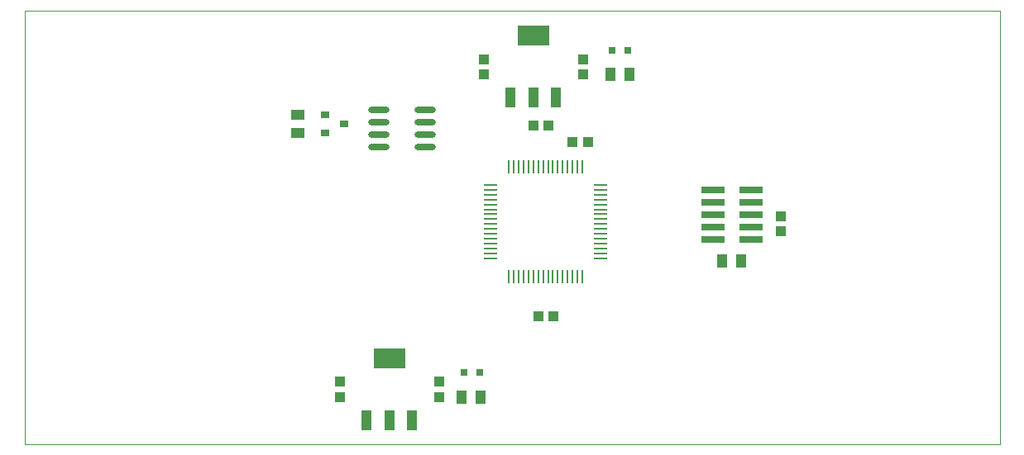
<source format=gtp>
G04*
G04 #@! TF.GenerationSoftware,Altium Limited,Altium Designer,18.1.6 (161)*
G04*
G04 Layer_Color=8421504*
%FSLAX25Y25*%
%MOIN*%
G70*
G01*
G75*
%ADD17C,0.00100*%
G04:AMPARAMS|DCode=18|XSize=39.37mil|YSize=80.71mil|CornerRadius=1.97mil|HoleSize=0mil|Usage=FLASHONLY|Rotation=180.000|XOffset=0mil|YOffset=0mil|HoleType=Round|Shape=RoundedRectangle|*
%AMROUNDEDRECTD18*
21,1,0.03937,0.07677,0,0,180.0*
21,1,0.03543,0.08071,0,0,180.0*
1,1,0.00394,-0.01772,0.03839*
1,1,0.00394,0.01772,0.03839*
1,1,0.00394,0.01772,-0.03839*
1,1,0.00394,-0.01772,-0.03839*
%
%ADD18ROUNDEDRECTD18*%
G04:AMPARAMS|DCode=19|XSize=127.95mil|YSize=80.71mil|CornerRadius=2.02mil|HoleSize=0mil|Usage=FLASHONLY|Rotation=180.000|XOffset=0mil|YOffset=0mil|HoleType=Round|Shape=RoundedRectangle|*
%AMROUNDEDRECTD19*
21,1,0.12795,0.07667,0,0,180.0*
21,1,0.12392,0.08071,0,0,180.0*
1,1,0.00404,-0.06196,0.03834*
1,1,0.00404,0.06196,0.03834*
1,1,0.00404,0.06196,-0.03834*
1,1,0.00404,-0.06196,-0.03834*
%
%ADD19ROUNDEDRECTD19*%
%ADD20R,0.03150X0.03150*%
%ADD21R,0.03937X0.05512*%
%ADD22R,0.04134X0.04134*%
%ADD23R,0.01100X0.05800*%
%ADD24R,0.05800X0.01100*%
%ADD25R,0.05512X0.03937*%
%ADD26R,0.09449X0.02992*%
%ADD27O,0.08661X0.02362*%
%ADD28R,0.03543X0.03150*%
%ADD29R,0.04134X0.04134*%
D17*
X0Y0D02*
Y175000D01*
X393000D01*
Y0D02*
Y175000D01*
X0Y0D02*
X393000D01*
D18*
X137945Y9630D02*
D03*
X147000D02*
D03*
X156055D02*
D03*
X195945Y139880D02*
D03*
X205000D02*
D03*
X214055D02*
D03*
D19*
X147000Y34630D02*
D03*
X205000Y164880D02*
D03*
D20*
X183299Y29000D02*
D03*
X177000D02*
D03*
X243150Y158777D02*
D03*
X236850D02*
D03*
D21*
X176234Y18803D02*
D03*
X183714D02*
D03*
X281260Y73882D02*
D03*
X288740D02*
D03*
X236260Y149230D02*
D03*
X243740D02*
D03*
D22*
X127000Y25102D02*
D03*
Y19000D02*
D03*
X167000Y25102D02*
D03*
Y19000D02*
D03*
X225000Y149230D02*
D03*
Y155333D02*
D03*
X304800Y85898D02*
D03*
Y92000D02*
D03*
X185000Y149230D02*
D03*
Y155333D02*
D03*
D23*
X224764Y111907D02*
D03*
X222795D02*
D03*
X220827D02*
D03*
X218858D02*
D03*
X216890D02*
D03*
X214921D02*
D03*
X212953D02*
D03*
X210984D02*
D03*
X209016D02*
D03*
X207047D02*
D03*
X205079D02*
D03*
X203110D02*
D03*
X201142D02*
D03*
X199173D02*
D03*
X197205D02*
D03*
X195236D02*
D03*
Y67707D02*
D03*
X197205D02*
D03*
X199173D02*
D03*
X201142D02*
D03*
X203110D02*
D03*
X205079D02*
D03*
X207047D02*
D03*
X209016D02*
D03*
X210984D02*
D03*
X212953D02*
D03*
X214921D02*
D03*
X216890D02*
D03*
X218858D02*
D03*
X220827D02*
D03*
X222795D02*
D03*
X224764D02*
D03*
D24*
X187900Y104570D02*
D03*
Y102602D02*
D03*
Y100633D02*
D03*
Y98665D02*
D03*
Y96696D02*
D03*
Y94728D02*
D03*
Y92759D02*
D03*
Y90791D02*
D03*
Y88822D02*
D03*
Y86854D02*
D03*
Y84885D02*
D03*
Y82917D02*
D03*
Y80948D02*
D03*
Y78980D02*
D03*
Y77011D02*
D03*
Y75043D02*
D03*
X232100D02*
D03*
Y77011D02*
D03*
Y78980D02*
D03*
Y80948D02*
D03*
Y82917D02*
D03*
Y84885D02*
D03*
Y86854D02*
D03*
Y88822D02*
D03*
Y90791D02*
D03*
Y92759D02*
D03*
Y94728D02*
D03*
Y96696D02*
D03*
Y98665D02*
D03*
Y100633D02*
D03*
Y102602D02*
D03*
Y104570D02*
D03*
D25*
X110000Y132994D02*
D03*
Y125514D02*
D03*
D26*
X277323Y102641D02*
D03*
X292677D02*
D03*
X277323Y97641D02*
D03*
X292677D02*
D03*
X277323Y92641D02*
D03*
X292677D02*
D03*
X277323Y87641D02*
D03*
X292677D02*
D03*
X277323Y82641D02*
D03*
X292677D02*
D03*
D27*
X161521Y120035D02*
D03*
Y125035D02*
D03*
Y130035D02*
D03*
Y135035D02*
D03*
X142623Y120035D02*
D03*
Y125035D02*
D03*
Y130035D02*
D03*
Y135035D02*
D03*
D28*
X128937Y129254D02*
D03*
X121063Y125514D02*
D03*
Y132994D02*
D03*
D29*
X220898Y121749D02*
D03*
X227000D02*
D03*
X211279Y128571D02*
D03*
X205177D02*
D03*
X213150Y51734D02*
D03*
X207047D02*
D03*
M02*

</source>
